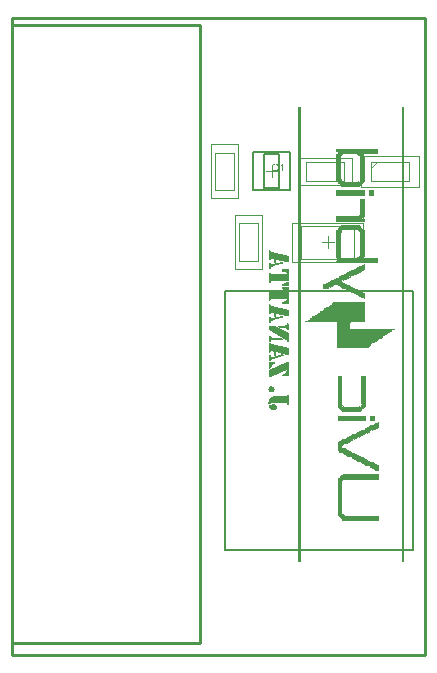
<source format=gbo>
G04*
G04 #@! TF.GenerationSoftware,Altium Limited,Altium Designer,18.1.9 (240)*
G04*
G04 Layer_Color=32896*
%FSLAX44Y44*%
%MOMM*%
G71*
G01*
G75*
%ADD10C,0.2000*%
%ADD11C,0.1000*%
%ADD12C,0.2540*%
%ADD13C,0.1500*%
%ADD14C,0.0500*%
G36*
X569874Y500000D02*
X569087D01*
Y504991D01*
X569082Y504986D01*
X569076Y504980D01*
X569060Y504964D01*
X569038Y504948D01*
X569005Y504920D01*
X568972Y504893D01*
X568934Y504860D01*
X568890Y504822D01*
X568781Y504740D01*
X568656Y504653D01*
X568508Y504554D01*
X568344Y504451D01*
X568339Y504445D01*
X568323Y504440D01*
X568301Y504423D01*
X568268Y504407D01*
X568230Y504385D01*
X568181Y504358D01*
X568126Y504331D01*
X568071Y504298D01*
X567940Y504232D01*
X567804Y504167D01*
X567662Y504101D01*
X567525Y504047D01*
Y504806D01*
X567531Y504811D01*
X567553Y504822D01*
X567591Y504838D01*
X567635Y504860D01*
X567695Y504893D01*
X567760Y504926D01*
X567831Y504969D01*
X567913Y505019D01*
X568000Y505068D01*
X568093Y505128D01*
X568284Y505253D01*
X568475Y505396D01*
X568667Y505554D01*
X568672Y505559D01*
X568688Y505576D01*
X568716Y505597D01*
X568749Y505630D01*
X568787Y505668D01*
X568836Y505718D01*
X568885Y505767D01*
X568940Y505827D01*
X569054Y505958D01*
X569169Y506100D01*
X569278Y506253D01*
X569322Y506335D01*
X569366Y506411D01*
X569874D01*
Y500000D01*
D02*
G37*
G36*
X563200Y506488D02*
X563282Y506482D01*
X563369Y506471D01*
X563473Y506460D01*
X563582Y506438D01*
X563703Y506417D01*
X563834Y506389D01*
X563965Y506357D01*
X564101Y506318D01*
X564238Y506269D01*
X564374Y506209D01*
X564511Y506149D01*
X564647Y506073D01*
X564658Y506067D01*
X564680Y506051D01*
X564713Y506029D01*
X564762Y505996D01*
X564822Y505952D01*
X564893Y505898D01*
X564969Y505838D01*
X565051Y505767D01*
X565133Y505690D01*
X565226Y505597D01*
X565314Y505505D01*
X565401Y505396D01*
X565494Y505286D01*
X565576Y505161D01*
X565658Y505030D01*
X565729Y504893D01*
X565734Y504882D01*
X565745Y504860D01*
X565761Y504817D01*
X565789Y504762D01*
X565816Y504691D01*
X565849Y504604D01*
X565882Y504505D01*
X565920Y504396D01*
X565952Y504276D01*
X565985Y504145D01*
X566018Y504003D01*
X566045Y503856D01*
X566073Y503697D01*
X566089Y503533D01*
X566100Y503364D01*
X566105Y503189D01*
Y503178D01*
Y503157D01*
Y503113D01*
X566100Y503058D01*
Y502987D01*
X566095Y502905D01*
X566084Y502818D01*
X566078Y502720D01*
X566062Y502610D01*
X566045Y502501D01*
X566002Y502261D01*
X565947Y502015D01*
X565909Y501895D01*
X565865Y501775D01*
Y501769D01*
X565854Y501748D01*
X565838Y501715D01*
X565821Y501671D01*
X565794Y501617D01*
X565761Y501551D01*
X565729Y501480D01*
X565685Y501404D01*
X565636Y501322D01*
X565581Y501229D01*
X565527Y501141D01*
X565461Y501049D01*
X565390Y500956D01*
X565314Y500857D01*
X565232Y500765D01*
X565144Y500677D01*
X565150Y500672D01*
X565172Y500661D01*
X565204Y500639D01*
X565243Y500612D01*
X565297Y500579D01*
X565357Y500541D01*
X565423Y500497D01*
X565499Y500453D01*
X565581Y500404D01*
X565663Y500355D01*
X565849Y500257D01*
X566034Y500164D01*
X566226Y500087D01*
X565974Y499509D01*
X565969Y499514D01*
X565942Y499519D01*
X565909Y499536D01*
X565860Y499558D01*
X565794Y499580D01*
X565723Y499612D01*
X565641Y499650D01*
X565548Y499700D01*
X565450Y499749D01*
X565341Y499803D01*
X565226Y499869D01*
X565112Y499940D01*
X564991Y500016D01*
X564866Y500098D01*
X564735Y500186D01*
X564609Y500284D01*
X564604Y500279D01*
X564576Y500268D01*
X564538Y500246D01*
X564483Y500224D01*
X564418Y500191D01*
X564342Y500158D01*
X564249Y500126D01*
X564145Y500087D01*
X564036Y500049D01*
X563915Y500016D01*
X563784Y499984D01*
X563648Y499951D01*
X563501Y499929D01*
X563353Y499907D01*
X563195Y499896D01*
X563036Y499891D01*
X562998D01*
X562954Y499896D01*
X562889D01*
X562812Y499902D01*
X562725Y499913D01*
X562627Y499924D01*
X562518Y499945D01*
X562397Y499967D01*
X562272Y499995D01*
X562141Y500027D01*
X562010Y500065D01*
X561873Y500115D01*
X561737Y500169D01*
X561600Y500235D01*
X561464Y500306D01*
X561458Y500311D01*
X561431Y500328D01*
X561398Y500350D01*
X561349Y500382D01*
X561289Y500426D01*
X561223Y500481D01*
X561147Y500541D01*
X561065Y500612D01*
X560978Y500688D01*
X560890Y500775D01*
X560797Y500874D01*
X560710Y500978D01*
X560617Y501092D01*
X560535Y501212D01*
X560453Y501343D01*
X560377Y501480D01*
X560371Y501491D01*
X560360Y501513D01*
X560344Y501556D01*
X560317Y501611D01*
X560289Y501688D01*
X560257Y501769D01*
X560224Y501868D01*
X560191Y501977D01*
X560153Y502097D01*
X560120Y502234D01*
X560087Y502370D01*
X560060Y502523D01*
X560033Y502681D01*
X560016Y502845D01*
X560005Y503014D01*
X560000Y503189D01*
Y503195D01*
Y503200D01*
Y503233D01*
Y503282D01*
X560005Y503348D01*
X560011Y503429D01*
X560022Y503528D01*
X560033Y503637D01*
X560049Y503757D01*
X560065Y503888D01*
X560093Y504025D01*
X560126Y504167D01*
X560164Y504309D01*
X560207Y504462D01*
X560257Y504609D01*
X560317Y504757D01*
X560382Y504904D01*
X560388Y504915D01*
X560399Y504937D01*
X560420Y504980D01*
X560453Y505030D01*
X560491Y505095D01*
X560541Y505172D01*
X560595Y505253D01*
X560661Y505341D01*
X560737Y505434D01*
X560814Y505532D01*
X560906Y505630D01*
X561005Y505729D01*
X561109Y505827D01*
X561218Y505920D01*
X561343Y506002D01*
X561469Y506084D01*
X561480Y506089D01*
X561502Y506100D01*
X561540Y506122D01*
X561595Y506149D01*
X561660Y506176D01*
X561742Y506215D01*
X561829Y506253D01*
X561933Y506291D01*
X562048Y506329D01*
X562168Y506362D01*
X562299Y506400D01*
X562436Y506428D01*
X562583Y506455D01*
X562736Y506477D01*
X562889Y506488D01*
X563053Y506493D01*
X563140D01*
X563200Y506488D01*
D02*
G37*
G36*
X649716Y514539D02*
X637914D01*
Y513151D01*
X638608D01*
Y490935D01*
X637914D01*
Y490240D01*
X637220D01*
Y489546D01*
X636525D01*
Y488852D01*
X635831D01*
Y488158D01*
X635137D01*
Y487463D01*
X634443D01*
Y486769D01*
X618475D01*
Y487463D01*
X617780D01*
Y488852D01*
X616392D01*
Y489546D01*
X615698D01*
Y490935D01*
X615003D01*
Y491629D01*
X614309D01*
Y514539D01*
X615698D01*
Y515928D01*
X615003D01*
Y516622D01*
X614309D01*
Y518705D01*
X649716D01*
Y514539D01*
D02*
G37*
G36*
X646245Y479132D02*
X642079D01*
Y483992D01*
X646245D01*
Y479132D01*
D02*
G37*
G36*
X638608D02*
X614309D01*
Y483992D01*
X638608D01*
Y479132D01*
D02*
G37*
G36*
Y461082D02*
X637914D01*
Y459693D01*
X638608D01*
Y456916D01*
X614309D01*
Y461776D01*
X633054D01*
Y462470D01*
X633748D01*
Y463164D01*
X634443D01*
Y476355D01*
X638608D01*
Y461082D01*
D02*
G37*
G36*
X558585Y433112D02*
X558732Y433062D01*
X558831Y432997D01*
X558864Y432980D01*
Y432964D01*
X558930Y432898D01*
X559012Y432799D01*
X559127Y432602D01*
X559176Y432504D01*
X559209Y432421D01*
X559242Y432372D01*
Y432356D01*
X559308Y432224D01*
X559357Y432142D01*
X559406Y432109D01*
X559423Y432093D01*
X559653Y431994D01*
X559817Y431928D01*
X559866Y431912D01*
X559916Y431896D01*
X559949Y431879D01*
X574525Y428461D01*
Y423186D01*
X573079Y422824D01*
X563498Y425059D01*
Y422380D01*
X561559Y422019D01*
Y425437D01*
X559916Y425799D01*
X559850Y425815D01*
X559768D01*
X559702D01*
X559686D01*
X559669D01*
X559571Y425799D01*
X559505Y425782D01*
X559456Y425766D01*
X559439Y425749D01*
X559390Y425700D01*
X559341Y425634D01*
X559308Y425569D01*
X559291Y425552D01*
X559209Y425404D01*
X559127Y425289D01*
X559061Y425191D01*
X558996Y425108D01*
X558946Y425059D01*
X558913Y425026D01*
X558897Y424993D01*
X558880D01*
X558732Y424911D01*
X558568Y424878D01*
X558503Y424862D01*
X558437D01*
X558404D01*
X558387D01*
X558240Y424878D01*
X558108Y424911D01*
X557993Y424944D01*
X557911Y425010D01*
X557829Y425059D01*
X557779Y425092D01*
X557747Y425125D01*
X557730Y425141D01*
X557648Y425256D01*
X557599Y425388D01*
X557533Y425634D01*
X557516Y425733D01*
X557500Y425815D01*
Y431928D01*
X557516Y432142D01*
X557533Y432323D01*
X557582Y432487D01*
X557631Y432635D01*
X557697Y432750D01*
X557779Y432849D01*
X557862Y432931D01*
X557944Y432997D01*
X558092Y433079D01*
X558240Y433128D01*
X558338Y433145D01*
X558355D01*
X558371D01*
X558486D01*
X558585Y433112D01*
D02*
G37*
G36*
X634443Y453445D02*
X635831D01*
Y452750D01*
X635137D01*
Y452056D01*
X636525D01*
Y451362D01*
X637220D01*
Y450668D01*
X637914D01*
Y449973D01*
X638608D01*
Y427063D01*
X637914D01*
Y426368D01*
X649716D01*
Y422203D01*
X614309D01*
Y424286D01*
X615003D01*
Y424980D01*
X615698D01*
Y425674D01*
X615003D01*
Y426368D01*
X614309D01*
Y449973D01*
X615698D01*
Y451362D01*
X616392D01*
Y452056D01*
X617086D01*
Y452750D01*
X617780D01*
Y453445D01*
X618475D01*
Y454139D01*
X634443D01*
Y453445D01*
D02*
G37*
G36*
X571436Y422561D02*
X561280Y419570D01*
X561000Y419488D01*
X560754Y419389D01*
X560524Y419307D01*
X560343Y419225D01*
X560195Y419143D01*
X560080Y419077D01*
X560014Y419044D01*
X559998Y419028D01*
X559834Y418896D01*
X559719Y418765D01*
X559636Y418666D01*
X559604Y418650D01*
Y418633D01*
X559554Y418551D01*
X559488Y418436D01*
X559374Y418223D01*
X559324Y418124D01*
X559275Y418042D01*
X559258Y417976D01*
X559242Y417960D01*
X559127Y417730D01*
X558996Y417565D01*
X558864Y417450D01*
X558732Y417368D01*
X558618Y417319D01*
X558519Y417302D01*
X558453Y417286D01*
X558437D01*
X558272Y417302D01*
X558141Y417335D01*
X558026Y417385D01*
X557927Y417450D01*
X557845Y417516D01*
X557796Y417565D01*
X557763Y417598D01*
X557747Y417615D01*
X557664Y417746D01*
X557599Y417894D01*
X557566Y418042D01*
X557533Y418173D01*
X557516Y418305D01*
X557500Y418404D01*
Y421575D01*
X557516Y421772D01*
X557533Y421953D01*
X557582Y422101D01*
X557631Y422249D01*
X557697Y422348D01*
X557763Y422446D01*
X557845Y422528D01*
X557927Y422578D01*
X558075Y422660D01*
X558207Y422709D01*
X558305Y422725D01*
X558322D01*
X558338D01*
X558535Y422709D01*
X558716Y422643D01*
X558864Y422545D01*
X558979Y422446D01*
X559061Y422348D01*
X559127Y422249D01*
X559160Y422183D01*
X559176Y422167D01*
X559374Y421740D01*
X559488Y421559D01*
X559604Y421411D01*
X559751Y421312D01*
X559899Y421246D01*
X560031Y421214D01*
X560129Y421197D01*
X560195Y421181D01*
X560228D01*
X560425Y421197D01*
X560606Y421230D01*
X560672D01*
X560737Y421246D01*
X560770Y421263D01*
X560787D01*
X568675Y423416D01*
X571436Y422561D01*
D02*
G37*
G36*
X574525Y413293D02*
X572652D01*
X572537Y413506D01*
X572438Y413687D01*
X572356Y413851D01*
X572290Y413966D01*
X572258Y414049D01*
X572225Y414114D01*
X572208Y414147D01*
Y414164D01*
X571781Y414344D01*
X571370Y414509D01*
X570992Y414624D01*
X570663Y414722D01*
X570516Y414755D01*
X570384Y414788D01*
X570253Y414821D01*
X570154Y414837D01*
X570088Y414854D01*
X570023Y414870D01*
X569990D01*
X569973D01*
X569250Y415002D01*
X569086Y415034D01*
X568954Y415084D01*
X568839Y415133D01*
X568724Y415199D01*
X568659Y415248D01*
X568593Y415281D01*
X568560Y415314D01*
X568544Y415330D01*
X568461Y415429D01*
X568396Y415544D01*
X568363Y415659D01*
X568330Y415774D01*
X568313Y415856D01*
X568297Y415938D01*
Y416004D01*
X568313Y416152D01*
X568346Y416300D01*
X568379Y416415D01*
X568445Y416514D01*
X568494Y416596D01*
X568527Y416661D01*
X568560Y416694D01*
X568576Y416711D01*
X568691Y416809D01*
X568823Y416875D01*
X568938Y416924D01*
X569053Y416957D01*
X569168Y416974D01*
X569250Y416990D01*
X569300D01*
X569316D01*
X574525D01*
Y413293D01*
D02*
G37*
G36*
X638608Y416649D02*
X637914D01*
Y415260D01*
X636525D01*
Y414566D01*
X635137D01*
Y413872D01*
X633748D01*
Y413178D01*
X632360D01*
Y412483D01*
X631665D01*
Y413178D01*
X630971D01*
Y411789D01*
X629583D01*
Y411095D01*
X626806D01*
Y409706D01*
X625417D01*
Y409012D01*
X624029D01*
Y408318D01*
X622640D01*
Y407623D01*
X621252D01*
Y406929D01*
X620557D01*
Y407623D01*
X619863D01*
Y406929D01*
X619169D01*
Y406235D01*
X620557D01*
Y405541D01*
X621946D01*
Y404846D01*
X623334D01*
Y404152D01*
X624029D01*
Y403458D01*
X626111D01*
Y402764D01*
X627500D01*
Y402070D01*
X628889D01*
Y401375D01*
X630277D01*
Y400681D01*
X631665D01*
Y399987D01*
X633054D01*
Y399292D01*
X634443D01*
Y398598D01*
X635137D01*
Y397904D01*
X637220D01*
Y397210D01*
X638608D01*
Y391656D01*
X637914D01*
Y392350D01*
X636525D01*
Y393044D01*
X635137D01*
Y393738D01*
X633748D01*
Y394433D01*
X633054D01*
Y395127D01*
X630971D01*
Y395821D01*
X629583D01*
Y396515D01*
X628889D01*
Y397210D01*
X626806D01*
Y397904D01*
X625417D01*
Y398598D01*
X624029D01*
Y399292D01*
X622640D01*
Y399987D01*
X621946D01*
Y400681D01*
X619863D01*
Y401375D01*
X618475D01*
Y402070D01*
X617780D01*
Y402764D01*
X615698D01*
Y403458D01*
X612920D01*
Y402764D01*
X611532D01*
Y402070D01*
X610144D01*
Y401375D01*
X609449D01*
Y402070D01*
X608755D01*
Y400681D01*
X607366D01*
Y399987D01*
X604589D01*
Y398598D01*
X603201D01*
Y399292D01*
X603895D01*
Y399987D01*
X603201D01*
Y404152D01*
X605978D01*
Y405541D01*
X607366D01*
Y406235D01*
X609449D01*
Y406929D01*
X610144D01*
Y407623D01*
X611532D01*
Y408318D01*
X612920D01*
Y409012D01*
X614309D01*
Y409706D01*
X615698D01*
Y410401D01*
X616392D01*
Y409706D01*
X617086D01*
Y411095D01*
X618475D01*
Y411789D01*
X619863D01*
Y412483D01*
X621252D01*
Y413178D01*
X622640D01*
Y413872D01*
X624029D01*
Y414566D01*
X625417D01*
Y415260D01*
X626806D01*
Y415955D01*
X628194D01*
Y416649D01*
X629583D01*
Y417343D01*
X630971D01*
Y418037D01*
X632360D01*
Y418732D01*
X633748D01*
Y419426D01*
X635137D01*
Y420120D01*
X636525D01*
Y420814D01*
X637914D01*
Y421509D01*
X638608D01*
Y416649D01*
D02*
G37*
G36*
X558519Y414279D02*
X558634Y414262D01*
X558831Y414164D01*
X558996Y414016D01*
X559127Y413851D01*
X559209Y413687D01*
X559258Y413539D01*
X559291Y413440D01*
X559308Y413424D01*
Y413408D01*
X559341Y413293D01*
X559374Y413210D01*
X559390Y413145D01*
X559406Y413095D01*
X559423Y413030D01*
Y413013D01*
X559456Y412980D01*
X559488Y412931D01*
X559521Y412915D01*
X559538Y412898D01*
X559587Y412865D01*
X559669Y412849D01*
X559834Y412816D01*
X559899Y412799D01*
X559965D01*
X560014D01*
X560031D01*
X574525D01*
Y406916D01*
X560031D01*
X559899D01*
X559784Y406900D01*
X559702Y406867D01*
X559620Y406851D01*
X559571Y406818D01*
X559538Y406785D01*
X559505Y406768D01*
X559472Y406735D01*
X559439Y406719D01*
X559423Y406703D01*
Y406653D01*
X559406Y406588D01*
X559390Y406505D01*
X559357Y406407D01*
X559341Y406325D01*
X559308Y406242D01*
X559291Y406177D01*
Y406160D01*
X559258Y406029D01*
X559209Y405914D01*
X559078Y405733D01*
X558930Y405602D01*
X558782Y405519D01*
X558634Y405454D01*
X558503Y405437D01*
X558420Y405421D01*
X558404D01*
X558387D01*
X558223Y405437D01*
X558092Y405470D01*
X557977Y405536D01*
X557878Y405602D01*
X557812Y405667D01*
X557763Y405733D01*
X557730Y405766D01*
X557714Y405782D01*
X557648Y405930D01*
X557599Y406078D01*
X557549Y406242D01*
X557533Y406390D01*
X557516Y406522D01*
X557500Y406637D01*
Y413161D01*
X557533Y413342D01*
X557549Y413506D01*
X557582Y413638D01*
X557615Y413736D01*
X557631Y413802D01*
X557664Y413835D01*
Y413851D01*
X557779Y413999D01*
X557894Y414114D01*
X558009Y414180D01*
X558125Y414246D01*
X558240Y414279D01*
X558322Y414295D01*
X558371D01*
X558387D01*
X558519Y414279D01*
D02*
G37*
G36*
X574525Y402742D02*
X569316D01*
X569152Y402758D01*
X569020Y402791D01*
X568889Y402824D01*
X568774Y402873D01*
X568691Y402923D01*
X568626Y402972D01*
X568593Y402989D01*
X568576Y403005D01*
X568478Y403104D01*
X568412Y403219D01*
X568363Y403334D01*
X568330Y403449D01*
X568313Y403547D01*
X568297Y403629D01*
Y403695D01*
X568313Y403843D01*
X568346Y403991D01*
X568379Y404106D01*
X568428Y404205D01*
X568478Y404287D01*
X568527Y404336D01*
X568544Y404369D01*
X568560Y404385D01*
X568659Y404468D01*
X568774Y404550D01*
X569004Y404648D01*
X569102Y404681D01*
X569184Y404698D01*
X569234Y404714D01*
X569250D01*
X569973Y404846D01*
X570368Y404911D01*
X570696Y405010D01*
X571009Y405092D01*
X571255Y405191D01*
X571452Y405273D01*
X571600Y405339D01*
X571682Y405388D01*
X571715Y405404D01*
X571929Y405569D01*
X572110Y405733D01*
X572274Y405914D01*
X572406Y406078D01*
X572520Y406210D01*
X572603Y406341D01*
X572652Y406407D01*
X572668Y406440D01*
X574525D01*
Y402742D01*
D02*
G37*
G36*
Y398256D02*
X572652D01*
X572537Y398469D01*
X572438Y398650D01*
X572356Y398814D01*
X572290Y398929D01*
X572258Y399012D01*
X572225Y399077D01*
X572208Y399110D01*
Y399127D01*
X571781Y399307D01*
X571370Y399472D01*
X570992Y399587D01*
X570663Y399685D01*
X570516Y399718D01*
X570384Y399751D01*
X570253Y399784D01*
X570154Y399800D01*
X570088Y399817D01*
X570023Y399833D01*
X569990D01*
X569973D01*
X569250Y399965D01*
X569086Y399998D01*
X568954Y400047D01*
X568839Y400096D01*
X568724Y400162D01*
X568659Y400211D01*
X568593Y400244D01*
X568560Y400277D01*
X568544Y400293D01*
X568461Y400392D01*
X568396Y400507D01*
X568363Y400622D01*
X568330Y400737D01*
X568313Y400819D01*
X568297Y400901D01*
Y400967D01*
X568313Y401115D01*
X568346Y401263D01*
X568379Y401378D01*
X568445Y401477D01*
X568494Y401559D01*
X568527Y401624D01*
X568560Y401657D01*
X568576Y401674D01*
X568691Y401772D01*
X568823Y401838D01*
X568938Y401888D01*
X569053Y401920D01*
X569168Y401937D01*
X569250Y401953D01*
X569300D01*
X569316D01*
X574525D01*
Y398256D01*
D02*
G37*
G36*
X558519Y399242D02*
X558634Y399225D01*
X558831Y399127D01*
X558996Y398979D01*
X559127Y398814D01*
X559209Y398650D01*
X559258Y398502D01*
X559291Y398404D01*
X559308Y398387D01*
Y398371D01*
X559341Y398256D01*
X559374Y398173D01*
X559390Y398108D01*
X559406Y398058D01*
X559423Y397993D01*
Y397976D01*
X559456Y397943D01*
X559488Y397894D01*
X559521Y397878D01*
X559538Y397861D01*
X559587Y397828D01*
X559669Y397812D01*
X559834Y397779D01*
X559899Y397763D01*
X559965D01*
X560014D01*
X560031D01*
X574525D01*
Y391879D01*
X560031D01*
X559899D01*
X559784Y391863D01*
X559702Y391830D01*
X559620Y391814D01*
X559571Y391781D01*
X559538Y391748D01*
X559505Y391731D01*
X559472Y391698D01*
X559439Y391682D01*
X559423Y391666D01*
Y391616D01*
X559406Y391551D01*
X559390Y391469D01*
X559357Y391370D01*
X559341Y391288D01*
X559308Y391205D01*
X559291Y391140D01*
Y391123D01*
X559258Y390992D01*
X559209Y390877D01*
X559078Y390696D01*
X558930Y390565D01*
X558782Y390482D01*
X558634Y390417D01*
X558503Y390400D01*
X558420Y390384D01*
X558404D01*
X558387D01*
X558223Y390400D01*
X558092Y390433D01*
X557977Y390499D01*
X557878Y390565D01*
X557812Y390630D01*
X557763Y390696D01*
X557730Y390729D01*
X557714Y390745D01*
X557648Y390893D01*
X557599Y391041D01*
X557549Y391205D01*
X557533Y391353D01*
X557516Y391485D01*
X557500Y391600D01*
Y398124D01*
X557533Y398305D01*
X557549Y398469D01*
X557582Y398601D01*
X557615Y398699D01*
X557631Y398765D01*
X557664Y398798D01*
Y398814D01*
X557779Y398962D01*
X557894Y399077D01*
X558009Y399143D01*
X558125Y399209D01*
X558240Y399242D01*
X558322Y399258D01*
X558371D01*
X558387D01*
X558519Y399242D01*
D02*
G37*
G36*
X574525Y387705D02*
X569316D01*
X569152Y387722D01*
X569020Y387754D01*
X568889Y387787D01*
X568774Y387837D01*
X568691Y387886D01*
X568626Y387935D01*
X568593Y387952D01*
X568576Y387968D01*
X568478Y388067D01*
X568412Y388182D01*
X568363Y388297D01*
X568330Y388412D01*
X568313Y388510D01*
X568297Y388592D01*
Y388658D01*
X568313Y388806D01*
X568346Y388954D01*
X568379Y389069D01*
X568428Y389168D01*
X568478Y389250D01*
X568527Y389299D01*
X568544Y389332D01*
X568560Y389348D01*
X568659Y389431D01*
X568774Y389513D01*
X569004Y389611D01*
X569102Y389644D01*
X569184Y389661D01*
X569234Y389677D01*
X569250D01*
X569973Y389809D01*
X570368Y389874D01*
X570696Y389973D01*
X571009Y390055D01*
X571255Y390154D01*
X571452Y390236D01*
X571600Y390302D01*
X571682Y390351D01*
X571715Y390367D01*
X571929Y390532D01*
X572110Y390696D01*
X572274Y390877D01*
X572406Y391041D01*
X572520Y391173D01*
X572603Y391304D01*
X572652Y391370D01*
X572668Y391403D01*
X574525D01*
Y387705D01*
D02*
G37*
G36*
X558585Y387360D02*
X558732Y387311D01*
X558831Y387245D01*
X558864Y387229D01*
Y387212D01*
X558930Y387146D01*
X559012Y387048D01*
X559127Y386851D01*
X559176Y386752D01*
X559209Y386670D01*
X559242Y386620D01*
Y386604D01*
X559308Y386473D01*
X559357Y386390D01*
X559406Y386357D01*
X559423Y386341D01*
X559653Y386242D01*
X559817Y386177D01*
X559866Y386160D01*
X559916Y386144D01*
X559949Y386128D01*
X574525Y382709D01*
Y377434D01*
X573079Y377072D01*
X563498Y379307D01*
Y376629D01*
X561559Y376267D01*
Y379685D01*
X559916Y380047D01*
X559850Y380063D01*
X559768D01*
X559702D01*
X559686D01*
X559669D01*
X559571Y380047D01*
X559505Y380031D01*
X559456Y380014D01*
X559439Y379998D01*
X559390Y379948D01*
X559341Y379883D01*
X559308Y379817D01*
X559291Y379800D01*
X559209Y379653D01*
X559127Y379538D01*
X559061Y379439D01*
X558996Y379357D01*
X558946Y379307D01*
X558913Y379275D01*
X558897Y379242D01*
X558880D01*
X558732Y379160D01*
X558568Y379127D01*
X558503Y379110D01*
X558437D01*
X558404D01*
X558387D01*
X558240Y379127D01*
X558108Y379160D01*
X557993Y379192D01*
X557911Y379258D01*
X557829Y379307D01*
X557779Y379340D01*
X557747Y379373D01*
X557730Y379390D01*
X557648Y379505D01*
X557599Y379636D01*
X557533Y379883D01*
X557516Y379981D01*
X557500Y380063D01*
Y386177D01*
X557516Y386390D01*
X557533Y386571D01*
X557582Y386735D01*
X557631Y386883D01*
X557697Y386998D01*
X557779Y387097D01*
X557862Y387179D01*
X557944Y387245D01*
X558092Y387327D01*
X558240Y387376D01*
X558338Y387393D01*
X558355D01*
X558371D01*
X558486D01*
X558585Y387360D01*
D02*
G37*
G36*
X571436Y376810D02*
X561280Y373819D01*
X561000Y373736D01*
X560754Y373638D01*
X560524Y373556D01*
X560343Y373473D01*
X560195Y373391D01*
X560080Y373326D01*
X560014Y373293D01*
X559998Y373276D01*
X559834Y373145D01*
X559719Y373013D01*
X559636Y372915D01*
X559604Y372898D01*
Y372882D01*
X559554Y372800D01*
X559488Y372685D01*
X559374Y372471D01*
X559324Y372372D01*
X559275Y372290D01*
X559258Y372225D01*
X559242Y372208D01*
X559127Y371978D01*
X558996Y371814D01*
X558864Y371699D01*
X558732Y371616D01*
X558618Y371567D01*
X558519Y371551D01*
X558453Y371534D01*
X558437D01*
X558272Y371551D01*
X558141Y371584D01*
X558026Y371633D01*
X557927Y371699D01*
X557845Y371764D01*
X557796Y371814D01*
X557763Y371847D01*
X557747Y371863D01*
X557664Y371994D01*
X557599Y372142D01*
X557566Y372290D01*
X557533Y372422D01*
X557516Y372553D01*
X557500Y372652D01*
Y375824D01*
X557516Y376021D01*
X557533Y376202D01*
X557582Y376349D01*
X557631Y376497D01*
X557697Y376596D01*
X557763Y376694D01*
X557845Y376777D01*
X557927Y376826D01*
X558075Y376908D01*
X558207Y376957D01*
X558305Y376974D01*
X558322D01*
X558338D01*
X558535Y376957D01*
X558716Y376892D01*
X558864Y376793D01*
X558979Y376694D01*
X559061Y376596D01*
X559127Y376497D01*
X559160Y376432D01*
X559176Y376415D01*
X559374Y375988D01*
X559488Y375807D01*
X559604Y375659D01*
X559751Y375560D01*
X559899Y375495D01*
X560031Y375462D01*
X560129Y375446D01*
X560195Y375429D01*
X560228D01*
X560425Y375446D01*
X560606Y375478D01*
X560672D01*
X560737Y375495D01*
X560770Y375511D01*
X560787D01*
X568675Y377664D01*
X571436Y376810D01*
D02*
G37*
G36*
X573753Y371173D02*
X573868Y371140D01*
X573983Y371091D01*
X574065Y371041D01*
X574147Y370992D01*
X574197Y370943D01*
X574230Y370910D01*
X574246Y370893D01*
X574345Y370778D01*
X574410Y370630D01*
X574460Y370466D01*
X574493Y370302D01*
X574509Y370154D01*
X574525Y370022D01*
Y366884D01*
X574509Y366686D01*
X574493Y366522D01*
X574460Y366374D01*
X574427Y366243D01*
X574378Y366160D01*
X574345Y366078D01*
X574328Y366045D01*
X574312Y366029D01*
X574230Y365930D01*
X574115Y365865D01*
X573999Y365815D01*
X573901Y365782D01*
X573802Y365766D01*
X573720Y365750D01*
X573654D01*
X573638D01*
X573441Y365766D01*
X573276Y365815D01*
X573178Y365865D01*
X573161Y365881D01*
X573145D01*
X573079Y365930D01*
X573013Y366012D01*
X572898Y366160D01*
X572866Y366226D01*
X572833Y366275D01*
X572800Y366308D01*
Y366325D01*
X572668Y366555D01*
X572520Y366752D01*
X572389Y366916D01*
X572258Y367048D01*
X572142Y367146D01*
X572044Y367212D01*
X571978Y367245D01*
X571962Y367262D01*
X571764Y367360D01*
X571535Y367426D01*
X571304Y367475D01*
X571074Y367508D01*
X570861Y367524D01*
X570696Y367541D01*
X570631D01*
X570581D01*
X570548D01*
X570532D01*
X567114D01*
X564764Y369332D01*
X570532D01*
X570828Y369349D01*
X571091Y369365D01*
X571321Y369398D01*
X571518Y369447D01*
X571682Y369480D01*
X571797Y369513D01*
X571863Y369529D01*
X571896Y369546D01*
X572077Y369644D01*
X572225Y369759D01*
X572340Y369858D01*
X572455Y369957D01*
X572537Y370039D01*
X572586Y370104D01*
X572619Y370154D01*
X572635Y370170D01*
X572734Y370400D01*
X572833Y370581D01*
X572898Y370729D01*
X572964Y370844D01*
X573030Y370926D01*
X573063Y370975D01*
X573096Y371008D01*
X573178Y371074D01*
X573260Y371107D01*
X573424Y371173D01*
X573507D01*
X573572Y371189D01*
X573605D01*
X573622D01*
X573753Y371173D01*
D02*
G37*
G36*
X574525Y362775D02*
Y356990D01*
X574509Y356727D01*
X574493Y356514D01*
X574476Y356349D01*
X574443Y356234D01*
X574427Y356152D01*
X574410Y356119D01*
Y356103D01*
X574312Y355939D01*
X574197Y355807D01*
X574098Y355741D01*
X574082Y355709D01*
X574065D01*
X573885Y355626D01*
X573720Y355577D01*
X573654D01*
X573605Y355561D01*
X573572D01*
X573556D01*
X573359Y355577D01*
X573194Y355643D01*
X573129Y355659D01*
X573079Y355692D01*
X573063Y355709D01*
X573046D01*
X572915Y355824D01*
X572833Y355922D01*
X572800Y356004D01*
X572783Y356037D01*
X572603Y356497D01*
X572537Y356694D01*
X572455Y356826D01*
X572406Y356908D01*
X572373Y356925D01*
X572307Y356974D01*
X572225Y357040D01*
X572028Y357171D01*
X571929Y357237D01*
X571847Y357270D01*
X571797Y357303D01*
X571781Y357319D01*
X557500Y365602D01*
Y369332D01*
X563137D01*
X574525Y362775D01*
D02*
G37*
G36*
X558535Y360951D02*
X558683Y360902D01*
X558815Y360819D01*
X558913Y360737D01*
X558996Y360655D01*
X559061Y360573D01*
X559094Y360524D01*
X559110Y360507D01*
X559324Y360146D01*
X559439Y359948D01*
X559571Y359800D01*
X559702Y359653D01*
X559817Y359554D01*
X559932Y359472D01*
X560014Y359406D01*
X560080Y359373D01*
X560097Y359357D01*
X560294Y359275D01*
X560507Y359209D01*
X560721Y359176D01*
X560935Y359143D01*
X561115Y359127D01*
X561263Y359110D01*
X561362D01*
X561378D01*
X561395D01*
X567935D01*
X570253Y357319D01*
X561395D01*
X561115Y357303D01*
X560853Y357270D01*
X560606Y357204D01*
X560392Y357138D01*
X560179Y357056D01*
X559998Y356958D01*
X559834Y356842D01*
X559686Y356744D01*
X559571Y356629D01*
X559456Y356514D01*
X559357Y356415D01*
X559291Y356333D01*
X559226Y356267D01*
X559193Y356202D01*
X559176Y356169D01*
X559160Y356152D01*
X559061Y355955D01*
X558963Y355807D01*
X558880Y355725D01*
X558864Y355692D01*
X558848D01*
X558700Y355610D01*
X558552Y355561D01*
X558486D01*
X558420Y355544D01*
X558387D01*
X558371D01*
X558223Y355561D01*
X558092Y355610D01*
X557960Y355676D01*
X557862Y355758D01*
X557714Y355971D01*
X557615Y356218D01*
X557549Y356448D01*
X557516Y356662D01*
X557500Y356760D01*
Y359669D01*
X557516Y359916D01*
X557533Y360113D01*
X557566Y360277D01*
X557599Y360409D01*
X557631Y360491D01*
X557648Y360556D01*
X557681Y360589D01*
Y360606D01*
X557796Y360721D01*
X557911Y360819D01*
X558009Y360885D01*
X558125Y360918D01*
X558223Y360951D01*
X558289Y360967D01*
X558338D01*
X558355D01*
X558535Y360951D01*
D02*
G37*
G36*
X638608Y372216D02*
X626806D01*
Y371522D01*
X626111D01*
Y366662D01*
X664296D01*
Y365968D01*
X663602D01*
Y365274D01*
X662213D01*
Y364580D01*
X661519D01*
Y363885D01*
X660130D01*
Y363191D01*
X658742D01*
Y362497D01*
X658047D01*
Y361802D01*
X657353D01*
Y361108D01*
X655965D01*
Y360414D01*
X654576D01*
Y359720D01*
X653882D01*
Y359025D01*
X653188D01*
Y358331D01*
X651105D01*
Y356943D01*
X649716D01*
Y356248D01*
X649022D01*
Y355554D01*
X647634D01*
Y354860D01*
X646245D01*
Y354166D01*
X644856D01*
Y353471D01*
X644162D01*
Y352083D01*
X642774D01*
Y351389D01*
X642079D01*
Y350694D01*
X640691D01*
Y350000D01*
X615003D01*
Y372216D01*
X587927D01*
Y372911D01*
X590010D01*
Y373605D01*
X590704D01*
Y374299D01*
X592093D01*
Y375688D01*
X594175D01*
Y377076D01*
X596258D01*
Y377770D01*
X596953D01*
Y378465D01*
X598341D01*
Y379159D01*
X599035D01*
Y379853D01*
X600424D01*
Y380547D01*
X601118D01*
Y381936D01*
X603201D01*
Y382630D01*
X603895D01*
Y383325D01*
X604589D01*
Y384019D01*
X605978D01*
Y384713D01*
X607366D01*
Y385407D01*
X608061D01*
Y386101D01*
X609449D01*
Y386796D01*
X610838D01*
Y388184D01*
X611532D01*
Y388879D01*
X638608D01*
Y372216D01*
D02*
G37*
G36*
X558585Y354690D02*
X558732Y354640D01*
X558831Y354575D01*
X558864Y354558D01*
Y354542D01*
X558930Y354476D01*
X559012Y354377D01*
X559127Y354180D01*
X559176Y354082D01*
X559209Y353999D01*
X559242Y353950D01*
Y353934D01*
X559308Y353802D01*
X559357Y353720D01*
X559406Y353687D01*
X559423Y353671D01*
X559653Y353572D01*
X559817Y353506D01*
X559866Y353490D01*
X559916Y353474D01*
X559949Y353457D01*
X574525Y350039D01*
Y344764D01*
X573079Y344402D01*
X563498Y346637D01*
Y343958D01*
X561559Y343597D01*
Y347015D01*
X559916Y347377D01*
X559850Y347393D01*
X559768D01*
X559702D01*
X559686D01*
X559669D01*
X559571Y347377D01*
X559505Y347360D01*
X559456Y347344D01*
X559439Y347327D01*
X559390Y347278D01*
X559341Y347212D01*
X559308Y347146D01*
X559291Y347130D01*
X559209Y346982D01*
X559127Y346867D01*
X559061Y346768D01*
X558996Y346686D01*
X558946Y346637D01*
X558913Y346604D01*
X558897Y346571D01*
X558880D01*
X558732Y346489D01*
X558568Y346456D01*
X558503Y346440D01*
X558437D01*
X558404D01*
X558387D01*
X558240Y346456D01*
X558108Y346489D01*
X557993Y346522D01*
X557911Y346588D01*
X557829Y346637D01*
X557779Y346670D01*
X557747Y346703D01*
X557730Y346719D01*
X557648Y346834D01*
X557599Y346966D01*
X557533Y347212D01*
X557516Y347311D01*
X557500Y347393D01*
Y353506D01*
X557516Y353720D01*
X557533Y353901D01*
X557582Y354065D01*
X557631Y354213D01*
X557697Y354328D01*
X557779Y354427D01*
X557862Y354509D01*
X557944Y354575D01*
X558092Y354657D01*
X558240Y354706D01*
X558338Y354723D01*
X558355D01*
X558371D01*
X558486D01*
X558585Y354690D01*
D02*
G37*
G36*
X571436Y344139D02*
X561280Y341148D01*
X561000Y341066D01*
X560754Y340967D01*
X560524Y340885D01*
X560343Y340803D01*
X560195Y340721D01*
X560080Y340655D01*
X560014Y340622D01*
X559998Y340606D01*
X559834Y340474D01*
X559719Y340343D01*
X559636Y340244D01*
X559604Y340228D01*
Y340211D01*
X559554Y340129D01*
X559488Y340014D01*
X559374Y339801D01*
X559324Y339702D01*
X559275Y339620D01*
X559258Y339554D01*
X559242Y339538D01*
X559127Y339308D01*
X558996Y339143D01*
X558864Y339028D01*
X558732Y338946D01*
X558618Y338897D01*
X558519Y338880D01*
X558453Y338864D01*
X558437D01*
X558272Y338880D01*
X558141Y338913D01*
X558026Y338963D01*
X557927Y339028D01*
X557845Y339094D01*
X557796Y339143D01*
X557763Y339176D01*
X557747Y339193D01*
X557664Y339324D01*
X557599Y339472D01*
X557566Y339620D01*
X557533Y339751D01*
X557516Y339883D01*
X557500Y339981D01*
Y343153D01*
X557516Y343350D01*
X557533Y343531D01*
X557582Y343679D01*
X557631Y343827D01*
X557697Y343926D01*
X557763Y344024D01*
X557845Y344106D01*
X557927Y344156D01*
X558075Y344238D01*
X558207Y344287D01*
X558305Y344304D01*
X558322D01*
X558338D01*
X558535Y344287D01*
X558716Y344221D01*
X558864Y344123D01*
X558979Y344024D01*
X559061Y343926D01*
X559127Y343827D01*
X559160Y343761D01*
X559176Y343745D01*
X559374Y343317D01*
X559488Y343137D01*
X559604Y342989D01*
X559751Y342890D01*
X559899Y342824D01*
X560031Y342791D01*
X560129Y342775D01*
X560195Y342759D01*
X560228D01*
X560425Y342775D01*
X560606Y342808D01*
X560672D01*
X560737Y342824D01*
X560770Y342841D01*
X560787D01*
X568675Y344994D01*
X571436Y344139D01*
D02*
G37*
G36*
X562249Y338585D02*
X562397Y338568D01*
X562529Y338535D01*
X562644Y338486D01*
X562742Y338437D01*
X562808Y338404D01*
X562841Y338387D01*
X562857Y338371D01*
X562956Y338272D01*
X563038Y338174D01*
X563088Y338059D01*
X563137Y337944D01*
X563153Y337845D01*
X563170Y337763D01*
Y337566D01*
X563137Y337451D01*
X563071Y337286D01*
X563038Y337220D01*
X563005Y337171D01*
X562989Y337155D01*
X562972Y337138D01*
X562890Y337073D01*
X562792Y337007D01*
X562578Y336892D01*
X562479Y336859D01*
X562397Y336826D01*
X562348Y336793D01*
X562332D01*
X561986Y336662D01*
X561674Y336514D01*
X561411Y336399D01*
X561198Y336284D01*
X561033Y336202D01*
X560918Y336136D01*
X560836Y336087D01*
X560820Y336070D01*
X560639Y335939D01*
X560475Y335791D01*
X560327Y335659D01*
X560212Y335528D01*
X560113Y335396D01*
X560031Y335298D01*
X559981Y335232D01*
X559965Y335216D01*
X559883Y335084D01*
X559801Y334936D01*
X559653Y334608D01*
X559521Y334246D01*
X559406Y333884D01*
X559308Y333556D01*
X559258Y333408D01*
X559226Y333276D01*
X559193Y333178D01*
X559176Y333096D01*
X559160Y333046D01*
Y333030D01*
X557500Y332422D01*
Y338601D01*
X562069D01*
X562249Y338585D01*
D02*
G37*
G36*
X574525Y326506D02*
X569973D01*
X569809Y326522D01*
X569661Y326539D01*
X569546Y326588D01*
X569431Y326637D01*
X569349Y326703D01*
X569267Y326769D01*
X569152Y326933D01*
X569086Y327097D01*
X569053Y327229D01*
X569036Y327327D01*
Y327360D01*
X569053Y327492D01*
X569069Y327607D01*
X569102Y327705D01*
X569135Y327788D01*
X569168Y327853D01*
X569201Y327902D01*
X569234Y327919D01*
Y327935D01*
X569316Y328018D01*
X569414Y328067D01*
X569612Y328166D01*
X569694Y328198D01*
X569760Y328231D01*
X569809Y328248D01*
X569825D01*
X570318Y328428D01*
X570746Y328642D01*
X571107Y328872D01*
X571403Y329102D01*
X571633Y329316D01*
X571715Y329414D01*
X571797Y329497D01*
X571863Y329562D01*
X571896Y329612D01*
X571929Y329645D01*
Y329661D01*
X572126Y329973D01*
X572290Y330302D01*
X572422Y330630D01*
X572520Y330926D01*
X572586Y331189D01*
X572619Y331304D01*
X572635Y331403D01*
X572652Y331469D01*
X572668Y331534D01*
Y331584D01*
X574525Y332257D01*
Y326506D01*
D02*
G37*
G36*
Y332898D02*
X558996Y326095D01*
X557500D01*
Y331797D01*
X572833Y338601D01*
X574525D01*
Y332898D01*
D02*
G37*
G36*
X560162Y317911D02*
X560507Y317829D01*
X560820Y317697D01*
X561083Y317566D01*
X561313Y317418D01*
X561477Y317286D01*
X561526Y317237D01*
X561576Y317204D01*
X561592Y317188D01*
X561609Y317171D01*
X561740Y317023D01*
X561871Y316875D01*
X562052Y316563D01*
X562200Y316251D01*
X562282Y315955D01*
X562348Y315692D01*
X562364Y315594D01*
Y315495D01*
X562381Y315413D01*
Y315117D01*
X562348Y314920D01*
X562266Y314575D01*
X562134Y314263D01*
X562003Y313983D01*
X561855Y313769D01*
X561724Y313605D01*
X561674Y313556D01*
X561641Y313507D01*
X561625Y313490D01*
X561609Y313474D01*
X561460Y313342D01*
X561313Y313227D01*
X561000Y313030D01*
X560688Y312899D01*
X560409Y312816D01*
X560146Y312751D01*
X560047Y312734D01*
X559949D01*
X559866Y312718D01*
X559817D01*
X559784D01*
X559768D01*
X559571Y312734D01*
X559374Y312751D01*
X559028Y312833D01*
X558716Y312964D01*
X558437Y313096D01*
X558223Y313227D01*
X558059Y313359D01*
X558009Y313408D01*
X557960Y313441D01*
X557944Y313474D01*
X557927D01*
X557796Y313622D01*
X557681Y313769D01*
X557484Y314082D01*
X557352Y314394D01*
X557270Y314673D01*
X557204Y314936D01*
X557188Y315035D01*
Y315133D01*
X557171Y315216D01*
Y315314D01*
X557188Y315511D01*
X557204Y315709D01*
X557286Y316070D01*
X557418Y316382D01*
X557549Y316645D01*
X557681Y316875D01*
X557812Y317040D01*
X557862Y317089D01*
X557894Y317138D01*
X557927Y317155D01*
Y317171D01*
X558075Y317303D01*
X558223Y317434D01*
X558535Y317615D01*
X558848Y317763D01*
X559143Y317845D01*
X559390Y317911D01*
X559505Y317927D01*
X559587D01*
X559669Y317944D01*
X559719D01*
X559751D01*
X559768D01*
X559965D01*
X560162Y317911D01*
D02*
G37*
G36*
X639997Y300708D02*
X639302D01*
Y300013D01*
X638608D01*
Y299319D01*
X637914D01*
Y298625D01*
X636525D01*
Y297236D01*
X635831D01*
Y296542D01*
X619169D01*
Y297236D01*
X618475D01*
Y297931D01*
X617780D01*
Y298625D01*
X617086D01*
Y299319D01*
X616392D01*
Y300013D01*
X615698D01*
Y326395D01*
X619863D01*
Y302096D01*
X620557D01*
Y301402D01*
X621252D01*
Y300708D01*
X633748D01*
Y301402D01*
X634443D01*
Y300708D01*
X635137D01*
Y302790D01*
X635831D01*
Y302096D01*
X636525D01*
Y302790D01*
X635831D01*
Y326395D01*
X639997D01*
Y300708D01*
D02*
G37*
G36*
X573835Y310614D02*
X574016Y310532D01*
X574164Y310433D01*
X574279Y310302D01*
X574361Y310170D01*
X574427Y310072D01*
X574443Y309990D01*
X574460Y309957D01*
X574509Y309497D01*
Y303876D01*
X574493Y303482D01*
X574476Y303235D01*
X574460Y303005D01*
X574427Y302824D01*
X574378Y302677D01*
X574328Y302545D01*
X574295Y302463D01*
X574279Y302414D01*
X574263Y302397D01*
X574180Y302282D01*
X574065Y302184D01*
X573950Y302118D01*
X573852Y302085D01*
X573753Y302052D01*
X573671Y302036D01*
X573605D01*
X573589D01*
X573457Y302052D01*
X573342Y302069D01*
X573145Y302151D01*
X572997Y302282D01*
X572866Y302414D01*
X572783Y302545D01*
X572734Y302677D01*
X572701Y302759D01*
X572685Y302792D01*
X572553Y303334D01*
X572520Y303400D01*
X572438Y303449D01*
X572340Y303482D01*
X572241Y303515D01*
X572142D01*
X572044Y303531D01*
X571978D01*
X571962D01*
X560507D01*
X560310D01*
X560129Y303515D01*
X559965Y303482D01*
X559817Y303465D01*
X559702Y303433D01*
X559620Y303400D01*
X559571Y303383D01*
X559554D01*
X559488Y303350D01*
X559423Y303301D01*
X559374Y303268D01*
X559357Y303252D01*
X559291Y303186D01*
X559209Y303088D01*
X559143Y302989D01*
X559110Y302972D01*
Y302956D01*
X559078Y302907D01*
X559028Y302841D01*
X558979Y302775D01*
X558963Y302759D01*
Y302742D01*
X557204D01*
X557188Y302989D01*
X557171Y303202D01*
Y303350D01*
X557155Y303482D01*
Y303679D01*
X557171Y304139D01*
X557204Y304566D01*
X557253Y304961D01*
X557319Y305306D01*
X557352Y305454D01*
X557385Y305602D01*
X557401Y305717D01*
X557434Y305816D01*
X557451Y305898D01*
X557467Y305963D01*
X557484Y305996D01*
Y306013D01*
X557549Y306210D01*
X557615Y306391D01*
X557681Y306571D01*
X557747Y306719D01*
X557878Y306966D01*
X558009Y307180D01*
X558125Y307311D01*
X558223Y307426D01*
X558289Y307475D01*
X558305Y307492D01*
X558568Y307837D01*
X558831Y308133D01*
X559127Y308379D01*
X559423Y308609D01*
X559719Y308790D01*
X560031Y308938D01*
X560327Y309069D01*
X560606Y309168D01*
X560885Y309250D01*
X561132Y309316D01*
X561362Y309349D01*
X561559Y309382D01*
X561707Y309398D01*
X561838Y309415D01*
X561904D01*
X561937D01*
X572060D01*
X572225D01*
X572356Y309431D01*
X572455D01*
X572520Y309447D01*
X572570D01*
X572586Y309464D01*
X572603D01*
X572734Y309940D01*
X572783Y310072D01*
X572833Y310170D01*
X572964Y310351D01*
X573112Y310483D01*
X573260Y310565D01*
X573408Y310614D01*
X573523Y310631D01*
X573589Y310647D01*
X573622D01*
X573835Y310614D01*
D02*
G37*
G36*
X561838Y302989D02*
X562036Y302972D01*
X562397Y302890D01*
X562710Y302759D01*
X562989Y302611D01*
X563203Y302463D01*
X563383Y302348D01*
X563433Y302282D01*
X563482Y302249D01*
X563498Y302233D01*
X563515Y302216D01*
X563646Y302069D01*
X563778Y301904D01*
X563975Y301592D01*
X564106Y301263D01*
X564205Y300968D01*
X564271Y300705D01*
X564287Y300590D01*
Y300491D01*
X564304Y300425D01*
Y300310D01*
X564287Y300096D01*
X564271Y299883D01*
X564172Y299505D01*
X564024Y299176D01*
X563876Y298880D01*
X563712Y298650D01*
X563630Y298552D01*
X563564Y298470D01*
X563515Y298404D01*
X563465Y298354D01*
X563449Y298338D01*
X563433Y298322D01*
X563268Y298174D01*
X563104Y298059D01*
X562923Y297944D01*
X562759Y297845D01*
X562414Y297697D01*
X562085Y297599D01*
X561806Y297549D01*
X561691Y297533D01*
X561576Y297516D01*
X561493Y297500D01*
X561428D01*
X561395D01*
X561378D01*
X561017Y297516D01*
X560672Y297582D01*
X560359Y297648D01*
X560097Y297747D01*
X559866Y297829D01*
X559686Y297911D01*
X559620Y297927D01*
X559571Y297960D01*
X559554Y297977D01*
X559538D01*
X559242Y298174D01*
X558996Y298387D01*
X558798Y298585D01*
X558618Y298782D01*
X558503Y298963D01*
X558404Y299094D01*
X558355Y299193D01*
X558338Y299226D01*
X558190Y299439D01*
X558059Y299653D01*
X557812Y300129D01*
X557631Y300622D01*
X557484Y301099D01*
X557434Y301313D01*
X557385Y301526D01*
X557352Y301707D01*
X557319Y301855D01*
X557303Y301986D01*
X557286Y302085D01*
X557270Y302151D01*
Y302167D01*
X559028D01*
X559252Y301347D01*
X559374Y301576D01*
X559505Y301789D01*
X559636Y301986D01*
X559768Y302134D01*
X559883Y302249D01*
X559965Y302348D01*
X560031Y302397D01*
X560047Y302414D01*
X560327Y302611D01*
X560606Y302759D01*
X560869Y302857D01*
X561115Y302940D01*
X561329Y302972D01*
X561493Y302989D01*
X561559Y303005D01*
X561609D01*
X561625D01*
X561641D01*
X561838Y302989D01*
D02*
G37*
G36*
X647634Y288905D02*
X642774D01*
Y293071D01*
X647634D01*
Y288905D01*
D02*
G37*
G36*
X639997D02*
X615698D01*
Y293071D01*
X639997D01*
Y288905D01*
D02*
G37*
G36*
X651105Y282657D02*
X649716D01*
Y281963D01*
X648328D01*
Y281268D01*
X646939D01*
Y280574D01*
X645551D01*
Y279880D01*
X644856D01*
Y280574D01*
X644162D01*
Y279880D01*
X643468D01*
Y279186D01*
X642774D01*
Y278491D01*
X641385D01*
Y277797D01*
X640691D01*
Y278491D01*
X639997D01*
Y277103D01*
X638608D01*
Y276409D01*
X637220D01*
Y275714D01*
X635831D01*
Y275020D01*
X634443D01*
Y274326D01*
X633748D01*
Y275020D01*
X633054D01*
Y274326D01*
X632360D01*
Y273631D01*
X631665D01*
Y272937D01*
X630277D01*
Y272243D01*
X629583D01*
Y272937D01*
X628889D01*
Y271549D01*
X627500D01*
Y270854D01*
X626111D01*
Y270160D01*
X624723D01*
Y269466D01*
X623334D01*
Y268772D01*
X622640D01*
Y269466D01*
X621946D01*
Y268772D01*
X621252D01*
Y268077D01*
X620557D01*
Y267383D01*
X619169D01*
Y265995D01*
X621252D01*
Y265300D01*
X622640D01*
Y264606D01*
X624029D01*
Y263912D01*
X625417D01*
Y263218D01*
X626806D01*
Y262523D01*
X628194D01*
Y261829D01*
X629583D01*
Y261135D01*
X630277D01*
Y260441D01*
X632360D01*
Y259746D01*
X633748D01*
Y259052D01*
X635137D01*
Y257663D01*
X635831D01*
Y258358D01*
X636525D01*
Y257663D01*
X637914D01*
Y256969D01*
X639302D01*
Y256275D01*
X640691D01*
Y255581D01*
X641385D01*
Y254886D01*
X643468D01*
Y254192D01*
X644856D01*
Y253498D01*
X646245D01*
Y252804D01*
X647634D01*
Y252110D01*
X649022D01*
Y251415D01*
X650411D01*
Y250721D01*
X651105D01*
Y245167D01*
X650411D01*
Y246555D01*
X649716D01*
Y245861D01*
X649022D01*
Y246555D01*
X647634D01*
Y247250D01*
X646245D01*
Y247944D01*
X644856D01*
Y248638D01*
X643468D01*
Y249332D01*
X642774D01*
Y250027D01*
X640691D01*
Y250721D01*
X639302D01*
Y252110D01*
X638608D01*
Y251415D01*
X637914D01*
Y252110D01*
X636525D01*
Y252804D01*
X635137D01*
Y253498D01*
X633748D01*
Y254192D01*
X632360D01*
Y254886D01*
X631665D01*
Y255581D01*
X629583D01*
Y256275D01*
X628194D01*
Y257663D01*
X627500D01*
Y256969D01*
X626806D01*
Y257663D01*
X625417D01*
Y258358D01*
X624029D01*
Y259052D01*
X622640D01*
Y259746D01*
X621252D01*
Y260441D01*
X620557D01*
Y261135D01*
X618475D01*
Y261829D01*
X617086D01*
Y263218D01*
X616392D01*
Y262523D01*
X615698D01*
Y270160D01*
X616392D01*
Y270854D01*
X617086D01*
Y271549D01*
X618475D01*
Y272243D01*
X619863D01*
Y272937D01*
X621252D01*
Y273631D01*
X622640D01*
Y274326D01*
X624029D01*
Y275020D01*
X625417D01*
Y275714D01*
X627500D01*
Y276409D01*
X628194D01*
Y277103D01*
X629583D01*
Y277797D01*
X630971D01*
Y278491D01*
X632360D01*
Y279186D01*
X633748D01*
Y279880D01*
X635137D01*
Y280574D01*
X636525D01*
Y281268D01*
X638608D01*
Y281963D01*
X639302D01*
Y282657D01*
X640691D01*
Y283351D01*
X642079D01*
Y284045D01*
X643468D01*
Y284740D01*
X644856D01*
Y285434D01*
X646245D01*
Y286128D01*
X647634D01*
Y286822D01*
X649716D01*
Y287517D01*
X650411D01*
Y288211D01*
X651105D01*
Y282657D01*
D02*
G37*
G36*
Y238918D02*
X621252D01*
Y238224D01*
X620557D01*
Y238918D01*
X619863D01*
Y238224D01*
X620557D01*
Y237530D01*
X619863D01*
Y209760D01*
X621252D01*
Y209065D01*
X621946D01*
Y208371D01*
X651105D01*
Y204206D01*
X619863D01*
Y204900D01*
X619169D01*
Y205594D01*
X618475D01*
Y206288D01*
X617780D01*
Y206983D01*
X617086D01*
Y207677D01*
X616392D01*
Y208371D01*
X615698D01*
Y238918D01*
X616392D01*
Y240307D01*
X617780D01*
Y241696D01*
X618475D01*
Y242390D01*
X619169D01*
Y243084D01*
X620557D01*
Y243778D01*
X651105D01*
Y238918D01*
D02*
G37*
G36*
X671933Y168798D02*
X669850D01*
Y554112D01*
X671933D01*
Y168798D01*
D02*
G37*
G36*
X584456D02*
X582373D01*
Y554112D01*
X584456D01*
Y168798D01*
D02*
G37*
%LPC*%
G36*
X563058Y505767D02*
X563014D01*
X562965Y505761D01*
X562900Y505756D01*
X562818Y505745D01*
X562725Y505734D01*
X562621Y505712D01*
X562507Y505685D01*
X562387Y505652D01*
X562261Y505608D01*
X562130Y505554D01*
X561999Y505494D01*
X561868Y505417D01*
X561737Y505330D01*
X561611Y505232D01*
X561491Y505117D01*
X561485Y505112D01*
X561464Y505090D01*
X561436Y505051D01*
X561393Y504997D01*
X561349Y504926D01*
X561294Y504844D01*
X561240Y504746D01*
X561180Y504636D01*
X561119Y504505D01*
X561065Y504363D01*
X561010Y504205D01*
X560967Y504030D01*
X560928Y503845D01*
X560896Y503643D01*
X560874Y503424D01*
X560868Y503189D01*
Y503184D01*
Y503173D01*
Y503157D01*
Y503135D01*
Y503107D01*
X560874Y503069D01*
X560879Y502982D01*
X560885Y502878D01*
X560901Y502758D01*
X560917Y502627D01*
X560945Y502479D01*
X560978Y502326D01*
X561016Y502174D01*
X561065Y502015D01*
X561125Y501851D01*
X561196Y501698D01*
X561278Y501545D01*
X561371Y501404D01*
X561480Y501272D01*
X561485Y501267D01*
X561507Y501245D01*
X561545Y501212D01*
X561589Y501169D01*
X561655Y501119D01*
X561726Y501065D01*
X561813Y501005D01*
X561911Y500945D01*
X562015Y500879D01*
X562135Y500819D01*
X562266Y500765D01*
X562408Y500715D01*
X562556Y500672D01*
X562714Y500639D01*
X562883Y500617D01*
X563058Y500612D01*
X563102D01*
X563135Y500617D01*
X563178D01*
X563222Y500623D01*
X563277Y500628D01*
X563337Y500634D01*
X563468Y500655D01*
X563610Y500683D01*
X563763Y500726D01*
X563915Y500781D01*
X563910Y500786D01*
X563899Y500792D01*
X563877Y500808D01*
X563844Y500825D01*
X563812Y500846D01*
X563768Y500868D01*
X563719Y500896D01*
X563659Y500923D01*
X563533Y500983D01*
X563391Y501043D01*
X563238Y501098D01*
X563074Y501147D01*
X563282Y501758D01*
X563293D01*
X563315Y501748D01*
X563353Y501737D01*
X563402Y501720D01*
X563468Y501698D01*
X563539Y501671D01*
X563621Y501644D01*
X563708Y501606D01*
X563801Y501567D01*
X563899Y501518D01*
X564101Y501414D01*
X564303Y501289D01*
X564396Y501223D01*
X564489Y501147D01*
X564500Y501152D01*
X564522Y501180D01*
X564560Y501218D01*
X564604Y501272D01*
X564664Y501349D01*
X564724Y501436D01*
X564795Y501540D01*
X564866Y501660D01*
X564931Y501797D01*
X565002Y501944D01*
X565062Y502113D01*
X565122Y502299D01*
X565166Y502496D01*
X565204Y502709D01*
X565226Y502943D01*
X565237Y503189D01*
Y503200D01*
Y503222D01*
Y503266D01*
X565232Y503320D01*
Y503386D01*
X565221Y503468D01*
X565215Y503555D01*
X565204Y503648D01*
X565188Y503752D01*
X565172Y503861D01*
X565122Y504090D01*
X565095Y504205D01*
X565057Y504320D01*
X565019Y504434D01*
X564969Y504544D01*
X564964Y504549D01*
X564959Y504571D01*
X564942Y504598D01*
X564920Y504642D01*
X564893Y504686D01*
X564860Y504746D01*
X564822Y504806D01*
X564773Y504871D01*
X564724Y504942D01*
X564669Y505019D01*
X564604Y505095D01*
X564533Y505166D01*
X564462Y505243D01*
X564380Y505314D01*
X564292Y505379D01*
X564199Y505445D01*
X564194Y505450D01*
X564178Y505461D01*
X564150Y505472D01*
X564112Y505494D01*
X564063Y505521D01*
X564003Y505548D01*
X563937Y505576D01*
X563866Y505608D01*
X563784Y505636D01*
X563697Y505663D01*
X563604Y505690D01*
X563506Y505718D01*
X563397Y505740D01*
X563288Y505750D01*
X563173Y505761D01*
X563058Y505767D01*
D02*
G37*
G36*
X632360Y514539D02*
X620557D01*
Y513845D01*
X619863D01*
Y513151D01*
X618475D01*
Y493017D01*
X619169D01*
Y492323D01*
X619863D01*
Y491629D01*
X620557D01*
Y490935D01*
X633054D01*
Y491629D01*
X633748D01*
Y490935D01*
X634443D01*
Y513151D01*
X633054D01*
Y513845D01*
X632360D01*
Y514539D01*
D02*
G37*
G36*
X637220Y460387D02*
X636525D01*
Y459693D01*
X637220D01*
Y460387D01*
D02*
G37*
G36*
X633054Y449973D02*
X619169D01*
Y447891D01*
X618475D01*
Y427757D01*
X617780D01*
Y427063D01*
X618475D01*
Y426368D01*
X632360D01*
Y427063D01*
X633054D01*
Y427757D01*
X633748D01*
Y428451D01*
X634443D01*
Y448585D01*
X633748D01*
Y449279D01*
X633054D01*
Y449973D01*
D02*
G37*
G36*
X637220Y416649D02*
X636525D01*
Y415955D01*
X637220D01*
Y416649D01*
D02*
G37*
G36*
X626111Y411095D02*
X625417D01*
Y410401D01*
X626111D01*
Y411095D01*
D02*
G37*
G36*
X620557Y301402D02*
X619863D01*
Y300708D01*
X620557D01*
Y301402D01*
D02*
G37*
%LPD*%
D10*
X544500Y516000D02*
X575500D01*
Y484000D02*
Y516000D01*
X544500Y484000D02*
X575500D01*
X544500D02*
Y516000D01*
X520000Y179000D02*
Y399000D01*
Y179000D02*
X680000D01*
Y399000D01*
X520000D02*
X680000D01*
X544500Y516000D02*
X575500D01*
Y484000D02*
Y516000D01*
X544500Y484000D02*
X575500D01*
X544500D02*
Y516000D01*
D11*
X585000Y453950D02*
X630000D01*
X585000Y426050D02*
X630000D01*
X585000D02*
Y453950D01*
X630000Y426050D02*
Y453950D01*
X555350Y500000D02*
X564650D01*
X560000Y495350D02*
Y504650D01*
X512000Y515750D02*
X528000D01*
X512000Y484250D02*
Y515750D01*
Y484250D02*
X528000D01*
Y515750D01*
X644000Y502670D02*
X649330Y508000D01*
X644000Y492000D02*
Y508000D01*
Y492000D02*
X676000D01*
Y508000D01*
X644000D02*
X676000D01*
X620750Y492000D02*
Y508000D01*
X589250D02*
X620750D01*
X589250Y492000D02*
Y508000D01*
Y492000D02*
X620750D01*
X607500Y435000D02*
Y445000D01*
X602500Y440000D02*
X612500D01*
X532000Y424250D02*
X548000D01*
Y455750D01*
X532000D02*
X548000D01*
X532000Y424250D02*
Y455750D01*
D12*
X340000Y90000D02*
Y630000D01*
Y90000D02*
X690000D01*
X690000Y630000D02*
X690000Y90000D01*
X340000Y630000D02*
X690000D01*
X499000Y100900D02*
Y623500D01*
X340000Y100900D02*
Y623500D01*
Y100900D02*
X499000D01*
X340000Y623500D02*
X499000D01*
D13*
X553500Y514500D02*
X566500D01*
Y485500D02*
Y514500D01*
X553500Y485500D02*
X566500D01*
X553500D02*
Y514500D01*
D14*
X577500Y456500D02*
X637500D01*
X577500Y423500D02*
X637500D01*
X577500D02*
Y456500D01*
X637500Y423500D02*
Y456500D01*
X508500Y522750D02*
X531500D01*
X508500Y477250D02*
Y522750D01*
Y477250D02*
X531500D01*
Y522750D01*
X635500Y486750D02*
Y513250D01*
Y486750D02*
X684500D01*
Y513250D01*
X635500D02*
X684500D01*
X627750Y488500D02*
Y511500D01*
X582250D02*
X627750D01*
X582250Y488500D02*
Y511500D01*
Y488500D02*
X627750D01*
X528500Y417250D02*
X551500D01*
Y462750D01*
X528500D02*
X551500D01*
X528500Y417250D02*
Y462750D01*
M02*

</source>
